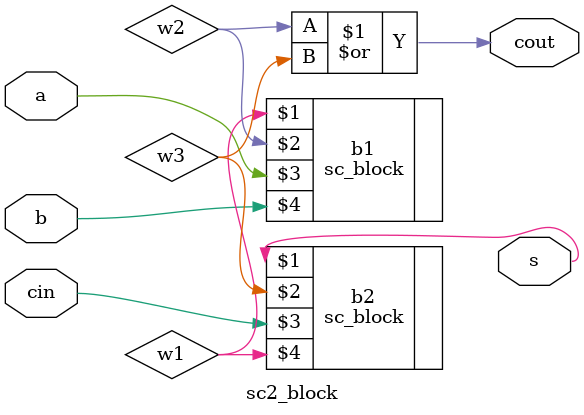
<source format=v>

module sc2_block(s, cout, a, b, cin);
   output s, cout;
   input a, b, cin;
   wire w1, w2, w3;

   sc_block b1(w1, w2, a, b);
   sc_block b2(s, w3, cin, w1);
   or o2(cout, w2, w3);

endmodule // sc2_block

</source>
